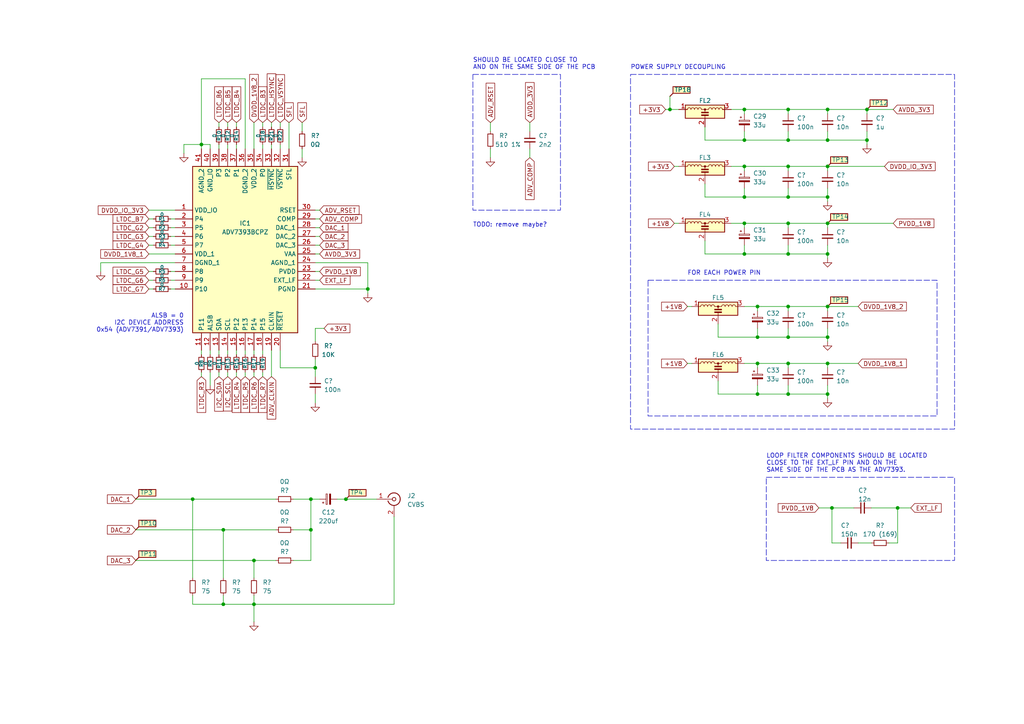
<source format=kicad_sch>
(kicad_sch (version 20230121) (generator eeschema)
  (paper "A4")
  (junction (at 240.03 97.79))
  (junction (at 215.9 57.15))
  (junction (at 219.71 114.3))
  (junction (at 228.6 57.15))
  (junction (at 251.46 40.64))
  (junction (at 219.71 105.41))
  (junction (at 228.6 31.75))
  (junction (at 215.9 31.75))
  (junction (at 55.88 144.78))
  (junction (at 228.6 97.79))
  (junction (at 194.31 31.75))
  (junction (at 240.03 48.26))
  (junction (at 240.03 114.3))
  (junction (at 240.03 64.77))
  (junction (at 240.03 57.15))
  (junction (at 215.9 40.64))
  (junction (at 64.77 153.67))
  (junction (at 240.03 31.75))
  (junction (at 228.6 114.3))
  (junction (at 58.42 41.91))
  (junction (at 100.33 144.78))
  (junction (at 228.6 88.9))
  (junction (at 228.6 48.26))
  (junction (at 215.9 48.26))
  (junction (at 219.71 97.79))
  (junction (at 251.46 31.75))
  (junction (at 73.66 162.56))
  (junction (at 219.71 88.9))
  (junction (at 240.03 88.9))
  (junction (at 91.44 106.68))
  (junction (at 64.77 175.26))
  (junction (at 228.6 64.77))
  (junction (at 215.9 64.77))
  (junction (at 240.03 40.64))
  (junction (at 106.68 83.82))
  (junction (at 240.03 73.66))
  (junction (at 90.17 153.67))
  (junction (at 228.6 105.41))
  (junction (at 228.6 40.64))
  (junction (at 260.35 147.32))
  (junction (at 241.3 147.32))
  (junction (at 240.03 105.41))
  (junction (at 228.6 73.66))
  (junction (at 73.66 175.26))
  (junction (at 215.9 73.66))
  (junction (at 90.17 144.78))
  (wire (pts (xy 228.6 31.75) (xy 228.6 33.02)))
  (wire (pts (xy 204.47 57.15) (xy 215.9 57.15)))
  (wire (pts (xy 91.44 83.82) (xy 106.68 83.82)))
  (wire (pts (xy 78.74 35.56) (xy 78.74 36.83)))
  (wire (pts (xy 228.6 57.15) (xy 240.03 57.15)))
  (wire (pts (xy 204.47 53.34) (xy 204.47 57.15)))
  (wire (pts (xy 248.92 157.48) (xy 252.73 157.48)))
  (wire (pts (xy 43.18 66.04) (xy 44.45 66.04)))
  (wire (pts (xy 68.58 102.87) (xy 68.58 101.6)))
  (wire (pts (xy 215.9 49.53) (xy 215.9 48.26)))
  (wire (pts (xy 100.33 144.78) (xy 109.22 144.78)))
  (wire (pts (xy 228.6 88.9) (xy 240.03 88.9)))
  (wire (pts (xy 91.44 71.12) (xy 92.71 71.12)))
  (wire (pts (xy 83.82 35.56) (xy 83.82 43.18)))
  (wire (pts (xy 39.37 153.67) (xy 64.77 153.67)))
  (wire (pts (xy 71.12 43.18) (xy 71.12 22.86)))
  (wire (pts (xy 204.47 73.66) (xy 215.9 73.66)))
  (wire (pts (xy 228.6 64.77) (xy 228.6 66.04)))
  (wire (pts (xy 228.6 95.25) (xy 228.6 97.79)))
  (wire (pts (xy 240.03 31.75) (xy 251.46 31.75)))
  (wire (pts (xy 228.6 114.3) (xy 240.03 114.3)))
  (wire (pts (xy 60.96 41.91) (xy 58.42 41.91)))
  (wire (pts (xy 63.5 41.91) (xy 63.5 43.18)))
  (wire (pts (xy 260.35 157.48) (xy 260.35 147.32)))
  (wire (pts (xy 240.03 99.06) (xy 240.03 97.79)))
  (wire (pts (xy 240.03 57.15) (xy 240.03 54.61)))
  (wire (pts (xy 49.53 71.12) (xy 50.8 71.12)))
  (wire (pts (xy 219.71 97.79) (xy 228.6 97.79)))
  (wire (pts (xy 114.3 175.26) (xy 73.66 175.26)))
  (wire (pts (xy 49.53 66.04) (xy 50.8 66.04)))
  (wire (pts (xy 240.03 64.77) (xy 240.03 66.04)))
  (wire (pts (xy 228.6 111.76) (xy 228.6 114.3)))
  (wire (pts (xy 241.3 157.48) (xy 241.3 147.32)))
  (wire (pts (xy 240.03 74.93) (xy 240.03 73.66)))
  (wire (pts (xy 260.35 147.32) (xy 264.16 147.32)))
  (wire (pts (xy 212.09 31.75) (xy 215.9 31.75)))
  (wire (pts (xy 91.44 68.58) (xy 92.71 68.58)))
  (wire (pts (xy 237.49 147.32) (xy 241.3 147.32)))
  (wire (pts (xy 71.12 102.87) (xy 71.12 101.6)))
  (wire (pts (xy 91.44 104.14) (xy 91.44 106.68)))
  (wire (pts (xy 73.66 109.22) (xy 73.66 107.95)))
  (wire (pts (xy 240.03 38.1) (xy 240.03 40.64)))
  (wire (pts (xy 91.44 106.68) (xy 91.44 109.22)))
  (wire (pts (xy 215.9 40.64) (xy 228.6 40.64)))
  (wire (pts (xy 228.6 73.66) (xy 240.03 73.66)))
  (wire (pts (xy 204.47 69.85) (xy 204.47 73.66)))
  (wire (pts (xy 91.44 76.2) (xy 106.68 76.2)))
  (wire (pts (xy 204.47 40.64) (xy 215.9 40.64)))
  (wire (pts (xy 195.58 64.77) (xy 196.85 64.77)))
  (wire (pts (xy 63.5 101.6) (xy 63.5 102.87)))
  (wire (pts (xy 215.9 73.66) (xy 228.6 73.66)))
  (wire (pts (xy 43.18 63.5) (xy 44.45 63.5)))
  (wire (pts (xy 76.2 102.87) (xy 76.2 101.6)))
  (wire (pts (xy 228.6 71.12) (xy 228.6 73.66)))
  (wire (pts (xy 73.66 35.56) (xy 73.66 43.18)))
  (wire (pts (xy 90.17 144.78) (xy 92.71 144.78)))
  (wire (pts (xy 60.96 101.6) (xy 60.96 102.87)))
  (wire (pts (xy 71.12 22.86) (xy 58.42 22.86)))
  (wire (pts (xy 257.81 157.48) (xy 260.35 157.48)))
  (wire (pts (xy 251.46 40.64) (xy 251.46 38.1)))
  (wire (pts (xy 49.53 78.74) (xy 50.8 78.74)))
  (wire (pts (xy 85.09 162.56) (xy 90.17 162.56)))
  (wire (pts (xy 66.04 35.56) (xy 66.04 36.83)))
  (wire (pts (xy 219.71 111.76) (xy 219.71 114.3)))
  (wire (pts (xy 215.9 31.75) (xy 228.6 31.75)))
  (wire (pts (xy 208.28 93.98) (xy 208.28 97.79)))
  (wire (pts (xy 64.77 153.67) (xy 80.01 153.67)))
  (wire (pts (xy 251.46 31.75) (xy 259.08 31.75)))
  (wire (pts (xy 76.2 109.22) (xy 76.2 107.95)))
  (wire (pts (xy 240.03 31.75) (xy 240.03 33.02)))
  (wire (pts (xy 215.9 54.61) (xy 215.9 57.15)))
  (wire (pts (xy 208.28 114.3) (xy 219.71 114.3)))
  (wire (pts (xy 215.9 38.1) (xy 215.9 40.64)))
  (wire (pts (xy 228.6 48.26) (xy 228.6 49.53)))
  (wire (pts (xy 194.31 27.94) (xy 194.31 31.75)))
  (wire (pts (xy 49.53 63.5) (xy 50.8 63.5)))
  (wire (pts (xy 29.21 76.2) (xy 29.21 78.74)))
  (wire (pts (xy 71.12 109.22) (xy 71.12 107.95)))
  (wire (pts (xy 240.03 88.9) (xy 248.92 88.9)))
  (wire (pts (xy 49.53 81.28) (xy 50.8 81.28)))
  (wire (pts (xy 53.34 41.91) (xy 53.34 44.45)))
  (wire (pts (xy 228.6 31.75) (xy 240.03 31.75)))
  (wire (pts (xy 76.2 35.56) (xy 76.2 36.83)))
  (wire (pts (xy 68.58 41.91) (xy 68.58 43.18)))
  (wire (pts (xy 193.04 31.75) (xy 194.31 31.75)))
  (wire (pts (xy 43.18 81.28) (xy 44.45 81.28)))
  (wire (pts (xy 55.88 144.78) (xy 80.01 144.78)))
  (wire (pts (xy 240.03 105.41) (xy 248.92 105.41)))
  (wire (pts (xy 85.09 144.78) (xy 90.17 144.78)))
  (wire (pts (xy 73.66 102.87) (xy 73.66 101.6)))
  (wire (pts (xy 240.03 48.26) (xy 240.03 49.53)))
  (wire (pts (xy 240.03 115.57) (xy 240.03 114.3)))
  (wire (pts (xy 90.17 144.78) (xy 90.17 153.67)))
  (wire (pts (xy 215.9 57.15) (xy 228.6 57.15)))
  (wire (pts (xy 219.71 105.41) (xy 228.6 105.41)))
  (wire (pts (xy 73.66 162.56) (xy 80.01 162.56)))
  (wire (pts (xy 49.53 83.82) (xy 50.8 83.82)))
  (wire (pts (xy 240.03 58.42) (xy 240.03 57.15)))
  (wire (pts (xy 240.03 73.66) (xy 240.03 71.12)))
  (wire (pts (xy 240.03 88.9) (xy 240.03 90.17)))
  (wire (pts (xy 81.28 106.68) (xy 91.44 106.68)))
  (wire (pts (xy 199.39 88.9) (xy 200.66 88.9)))
  (wire (pts (xy 199.39 105.41) (xy 200.66 105.41)))
  (wire (pts (xy 78.74 41.91) (xy 78.74 43.18)))
  (wire (pts (xy 106.68 76.2) (xy 106.68 83.82)))
  (wire (pts (xy 58.42 41.91) (xy 53.34 41.91)))
  (wire (pts (xy 64.77 172.72) (xy 64.77 175.26)))
  (wire (pts (xy 142.24 43.18) (xy 142.24 45.72)))
  (wire (pts (xy 39.37 144.78) (xy 55.88 144.78)))
  (wire (pts (xy 91.44 81.28) (xy 92.71 81.28)))
  (wire (pts (xy 64.77 153.67) (xy 64.77 167.64)))
  (wire (pts (xy 68.58 109.22) (xy 68.58 107.95)))
  (wire (pts (xy 208.28 110.49) (xy 208.28 114.3)))
  (wire (pts (xy 219.71 105.41) (xy 219.71 106.68)))
  (wire (pts (xy 215.9 31.75) (xy 215.9 33.02)))
  (wire (pts (xy 55.88 175.26) (xy 64.77 175.26)))
  (wire (pts (xy 252.73 147.32) (xy 260.35 147.32)))
  (wire (pts (xy 228.6 40.64) (xy 240.03 40.64)))
  (wire (pts (xy 91.44 63.5) (xy 92.71 63.5)))
  (wire (pts (xy 215.9 88.9) (xy 219.71 88.9)))
  (wire (pts (xy 215.9 48.26) (xy 228.6 48.26)))
  (wire (pts (xy 153.67 43.18) (xy 153.67 45.72)))
  (wire (pts (xy 55.88 167.64) (xy 55.88 144.78)))
  (wire (pts (xy 91.44 114.3) (xy 91.44 116.84)))
  (wire (pts (xy 58.42 43.18) (xy 58.42 41.91)))
  (wire (pts (xy 60.96 43.18) (xy 60.96 41.91)))
  (wire (pts (xy 91.44 66.04) (xy 92.71 66.04)))
  (wire (pts (xy 219.71 88.9) (xy 228.6 88.9)))
  (wire (pts (xy 90.17 153.67) (xy 90.17 162.56)))
  (wire (pts (xy 43.18 60.96) (xy 50.8 60.96)))
  (wire (pts (xy 73.66 172.72) (xy 73.66 175.26)))
  (wire (pts (xy 55.88 172.72) (xy 55.88 175.26)))
  (wire (pts (xy 215.9 71.12) (xy 215.9 73.66)))
  (wire (pts (xy 91.44 95.25) (xy 91.44 99.06)))
  (wire (pts (xy 240.03 105.41) (xy 240.03 106.68)))
  (wire (pts (xy 92.71 73.66) (xy 91.44 73.66)))
  (wire (pts (xy 240.03 40.64) (xy 251.46 40.64)))
  (wire (pts (xy 240.03 48.26) (xy 256.54 48.26)))
  (wire (pts (xy 114.3 149.86) (xy 114.3 175.26)))
  (wire (pts (xy 43.18 78.74) (xy 44.45 78.74)))
  (wire (pts (xy 212.09 48.26) (xy 215.9 48.26)))
  (wire (pts (xy 58.42 109.22) (xy 58.42 107.95)))
  (wire (pts (xy 228.6 88.9) (xy 228.6 90.17)))
  (wire (pts (xy 215.9 105.41) (xy 219.71 105.41)))
  (wire (pts (xy 63.5 107.95) (xy 63.5 109.22)))
  (wire (pts (xy 64.77 175.26) (xy 73.66 175.26)))
  (wire (pts (xy 228.6 48.26) (xy 240.03 48.26)))
  (wire (pts (xy 251.46 41.91) (xy 251.46 40.64)))
  (wire (pts (xy 81.28 35.56) (xy 81.28 36.83)))
  (wire (pts (xy 204.47 36.83) (xy 204.47 40.64)))
  (wire (pts (xy 153.67 35.56) (xy 153.67 38.1)))
  (wire (pts (xy 97.79 144.78) (xy 100.33 144.78)))
  (wire (pts (xy 243.84 157.48) (xy 241.3 157.48)))
  (wire (pts (xy 68.58 35.56) (xy 68.58 36.83)))
  (wire (pts (xy 228.6 64.77) (xy 240.03 64.77)))
  (wire (pts (xy 142.24 35.56) (xy 142.24 38.1)))
  (wire (pts (xy 93.98 95.25) (xy 91.44 95.25)))
  (wire (pts (xy 228.6 38.1) (xy 228.6 40.64)))
  (wire (pts (xy 208.28 97.79) (xy 219.71 97.79)))
  (wire (pts (xy 240.03 64.77) (xy 259.08 64.77)))
  (wire (pts (xy 66.04 101.6) (xy 66.04 102.87)))
  (wire (pts (xy 81.28 41.91) (xy 81.28 43.18)))
  (wire (pts (xy 49.53 68.58) (xy 50.8 68.58)))
  (wire (pts (xy 219.71 95.25) (xy 219.71 97.79)))
  (wire (pts (xy 228.6 105.41) (xy 240.03 105.41)))
  (wire (pts (xy 92.71 60.96) (xy 91.44 60.96)))
  (wire (pts (xy 43.18 68.58) (xy 44.45 68.58)))
  (wire (pts (xy 212.09 64.77) (xy 215.9 64.77)))
  (wire (pts (xy 50.8 76.2) (xy 29.21 76.2)))
  (wire (pts (xy 87.63 35.56) (xy 87.63 38.1)))
  (wire (pts (xy 241.3 147.32) (xy 247.65 147.32)))
  (wire (pts (xy 66.04 107.95) (xy 66.04 109.22)))
  (wire (pts (xy 240.03 114.3) (xy 240.03 111.76)))
  (wire (pts (xy 58.42 22.86) (xy 58.42 41.91)))
  (wire (pts (xy 228.6 97.79) (xy 240.03 97.79)))
  (wire (pts (xy 58.42 102.87) (xy 58.42 101.6)))
  (wire (pts (xy 43.18 71.12) (xy 44.45 71.12)))
  (wire (pts (xy 106.68 83.82) (xy 106.68 85.09)))
  (wire (pts (xy 215.9 64.77) (xy 215.9 66.04)))
  (wire (pts (xy 91.44 78.74) (xy 92.71 78.74)))
  (wire (pts (xy 78.74 101.6) (xy 78.74 109.22)))
  (wire (pts (xy 251.46 31.75) (xy 251.46 33.02)))
  (wire (pts (xy 66.04 41.91) (xy 66.04 43.18)))
  (wire (pts (xy 87.63 43.18) (xy 87.63 45.72)))
  (wire (pts (xy 228.6 105.41) (xy 228.6 106.68)))
  (wire (pts (xy 73.66 162.56) (xy 73.66 167.64)))
  (wire (pts (xy 39.37 162.56) (xy 73.66 162.56)))
  (wire (pts (xy 219.71 88.9) (xy 219.71 90.17)))
  (wire (pts (xy 240.03 97.79) (xy 240.03 95.25)))
  (wire (pts (xy 43.18 83.82) (xy 44.45 83.82)))
  (wire (pts (xy 76.2 41.91) (xy 76.2 43.18)))
  (wire (pts (xy 219.71 114.3) (xy 228.6 114.3)))
  (wire (pts (xy 194.31 31.75) (xy 196.85 31.75)))
  (wire (pts (xy 228.6 54.61) (xy 228.6 57.15)))
  (wire (pts (xy 81.28 101.6) (xy 81.28 106.68)))
  (wire (pts (xy 43.18 73.66) (xy 50.8 73.66)))
  (wire (pts (xy 195.58 48.26) (xy 196.85 48.26)))
  (wire (pts (xy 60.96 107.95) (xy 60.96 111.76)))
  (wire (pts (xy 73.66 175.26) (xy 73.66 180.34)))
  (wire (pts (xy 63.5 35.56) (xy 63.5 36.83)))
  (wire (pts (xy 85.09 153.67) (xy 90.17 153.67)))
  (wire (pts (xy 215.9 64.77) (xy 228.6 64.77)))
  (rectangle (start 137.16 21.59) (end 162.56 60.96) (stroke (width 0) (type dash)))
  (rectangle (start 187.96 81.28) (end 271.78 120.65) (stroke (width 0) (type dash)))
  (rectangle (start 222.25 138.43) (end 276.86 162.56) (stroke (width 0) (type dash)))
  (rectangle (start 182.88 21.59) (end 276.86 124.46) (stroke (width 0) (type dash)))
  (text "LOOP FILTER COMPONENTS SHOULD BE LOCATED\nCLOSE TO THE EXT_LF PIN AND ON THE\nSAME SIDE OF THE PCB AS THE ADV7393." (at 222.25 137.16 0) (effects (font (size 1.27 1.27)) (justify left bottom)))
  (text "TODO: remove maybe?" (at 137.16 66.04 0) (effects (font (size 1.27 1.27)) (justify left bottom)))
  (text "P0-P4: Blue channel bits (B3-B7)\nP5-P10: Green channel bits (G2-G7)\nP11-P15: Red channel bits (R3-R7)\n\nThe P0, P5, and P11 pins are the respective bus LSBs." (at 0 -5.08 0) (effects (font (size 1.27 1.27)) (justify left bottom)))
  (text "POWER SUPPLY DECOUPLING" (at 182.88 20.32 0) (effects (font (size 1.27 1.27)) (justify left bottom)))
  (text "16-Bit 4:4:4 RGB Mode\n\nEmbedded EAV/SAV timing codes are not supported with SD RGB\nmode. Also, master timing mode is not supported for SD RGB\ninput mode, therefore, external synchronization must be used.\nSubaddress 0x87, Bit 7 = 1\n\nIn 16-bit 4:4:4 RGB input mode, the red pixel data is input on\nPin P4 to Pin P0, the green pixel data is input on Pin P10 to\nPin P5, and the blue pixel data is input on Pin P15 to Pin P11.\nThe P0, P5, and P11 pins are the respective bus LSBs.\n\nThe pixel data is updated at half the rate of the clock, that is, at a\nrate of 13.5 MHz (see Figure 6)." (at 0 -24.13 0) (effects (font (size 1.27 1.27)) (justify left bottom)))
  (text "ALSB = 0\nI2C DEVICE ADDRESS\n0x54 (ADV7391/ADV7393)" (at 53.34 96.52 0) (effects (font (size 1.27 1.27)) (justify right bottom)))
  (text "FOR EACH POWER PIN" (at 199.39 80.01 0) (effects (font (size 1.27 1.27)) (justify left bottom)))
  (text "SHOULD BE LOCATED CLOSE TO\nAND ON THE SAME SIDE OF THE PCB" (at 137.16 20.32 0) (effects (font (size 1.27 1.27)) (justify left bottom)))
  (global_label "SFL" (shape input) (at 87.63 35.56 90) (property "Intersheetrefs" "${INTERSHEET_REFS}" (effects hide)))
  (global_label "AVDD_3V3" (shape input) (at 92.71 73.66 0) (property "Intersheetrefs" "${INTERSHEET_REFS}" (effects hide)))
  (global_label "LTDC_G7" (shape input) (at 43.18 83.82 180) (property "Intersheetrefs" "${INTERSHEET_REFS}" (effects hide)))
  (global_label "LTDC_G4" (shape input) (at 43.18 71.12 180) (property "Intersheetrefs" "${INTERSHEET_REFS}" (effects hide)))
  (global_label "LTDC_B4" (shape input) (at 68.58 35.56 90) (property "Intersheetrefs" "${INTERSHEET_REFS}" (effects hide)))
  (global_label "LTDC_R5" (shape input) (at 71.12 109.22 270) (property "Intersheetrefs" "${INTERSHEET_REFS}" (effects hide)))
  (global_label "EXT_LF" (shape input) (at 92.71 81.28 0) (property "Intersheetrefs" "${INTERSHEET_REFS}" (effects hide)))
  (global_label "LTDC_HSYNC" (shape input) (at 78.74 35.56 90) (property "Intersheetrefs" "${INTERSHEET_REFS}" (effects hide)))
  (global_label "LTDC_G2" (shape input) (at 43.18 66.04 180) (property "Intersheetrefs" "${INTERSHEET_REFS}" (effects hide)))
  (global_label "LTDC_B3" (shape input) (at 76.2 35.56 90) (property "Intersheetrefs" "${INTERSHEET_REFS}" (effects hide)))
  (global_label "DVDD_1V8_1" (shape input) (at 248.92 105.41 0) (property "Intersheetrefs" "${INTERSHEET_REFS}" (effects hide)))
  (global_label "PVDD_1V8" (shape input) (at 237.49 147.32 180) (property "Intersheetrefs" "${INTERSHEET_REFS}" (effects hide)))
  (global_label "AVDD_3V3" (shape input) (at 259.08 31.75 0) (property "Intersheetrefs" "${INTERSHEET_REFS}" (effects hide)))
  (global_label "AVDD_3V3" (shape input) (at 153.67 35.56 90) (property "Intersheetrefs" "${INTERSHEET_REFS}" (effects hide)))
  (global_label "+1V8" (shape input) (at 199.39 88.9 180) (property "Intersheetrefs" "${INTERSHEET_REFS}" (effects hide)))
  (global_label "+3V3" (shape input) (at 93.98 95.25 0) (property "Intersheetrefs" "${INTERSHEET_REFS}" (effects hide)))
  (global_label "DAC_3" (shape input) (at 92.71 71.12 0) (property "Intersheetrefs" "${INTERSHEET_REFS}" (effects hide)))
  (global_label "LTDC_R4" (shape input) (at 68.58 109.22 270) (property "Intersheetrefs" "${INTERSHEET_REFS}" (effects hide)))
  (global_label "I2C_SCL" (shape input) (at 66.04 109.22 270) (property "Intersheetrefs" "${INTERSHEET_REFS}" (effects hide)))
  (global_label "+1V8" (shape input) (at 199.39 105.41 180) (property "Intersheetrefs" "${INTERSHEET_REFS}" (effects hide)))
  (global_label "DAC_3" (shape input) (at 39.37 162.56 180) (property "Intersheetrefs" "${INTERSHEET_REFS}" (effects hide)))
  (global_label "SFL" (shape input) (at 83.82 35.56 90) (property "Intersheetrefs" "${INTERSHEET_REFS}" (effects hide)))
  (global_label "+1V8" (shape input) (at 195.58 64.77 180) (property "Intersheetrefs" "${INTERSHEET_REFS}" (effects hide)))
  (global_label "EXT_LF" (shape input) (at 264.16 147.32 0) (property "Intersheetrefs" "${INTERSHEET_REFS}" (effects hide)))
  (global_label "LTDC_G3" (shape input) (at 43.18 68.58 180) (property "Intersheetrefs" "${INTERSHEET_REFS}" (effects hide)))
  (global_label "DVDD_1V8_2" (shape input) (at 248.92 88.9 0) (property "Intersheetrefs" "${INTERSHEET_REFS}" (effects hide)))
  (global_label "LTDC_R3" (shape input) (at 58.42 109.22 270) (property "Intersheetrefs" "${INTERSHEET_REFS}" (effects hide)))
  (global_label "DVDD_1V8_1" (shape input) (at 43.18 73.66 180) (property "Intersheetrefs" "${INTERSHEET_REFS}" (effects hide)))
  (global_label "LTDC_R7" (shape input) (at 76.2 109.22 270) (property "Intersheetrefs" "${INTERSHEET_REFS}" (effects hide)))
  (global_label "LTDC_B5" (shape input) (at 66.04 35.56 90) (property "Intersheetrefs" "${INTERSHEET_REFS}" (effects hide)))
  (global_label "LTDC_B7" (shape input) (at 43.18 63.5 180) (property "Intersheetrefs" "${INTERSHEET_REFS}" (effects hide)))
  (global_label "+3V3" (shape input) (at 195.58 48.26 180) (property "Intersheetrefs" "${INTERSHEET_REFS}" (effects hide)))
  (global_label "ADV_COMP" (shape input) (at 153.67 45.72 270) (property "Intersheetrefs" "${INTERSHEET_REFS}" (effects hide)))
  (global_label "PVDD_1V8" (shape input) (at 92.71 78.74 0) (property "Intersheetrefs" "${INTERSHEET_REFS}" (effects hide)))
  (global_label "I2C_SDA" (shape input) (at 63.5 109.22 270) (property "Intersheetrefs" "${INTERSHEET_REFS}" (effects hide)))
  (global_label "LTDC_B6" (shape input) (at 63.5 35.56 90) (property "Intersheetrefs" "${INTERSHEET_REFS}" (effects hide)))
  (global_label "LTDC_G6" (shape input) (at 43.18 81.28 180) (property "Intersheetrefs" "${INTERSHEET_REFS}" (effects hide)))
  (global_label "DVDD_IO_3V3" (shape input) (at 43.18 60.96 180) (property "Intersheetrefs" "${INTERSHEET_REFS}" (effects hide)))
  (global_label "DAC_2" (shape input) (at 39.37 153.67 180) (property "Intersheetrefs" "${INTERSHEET_REFS}" (effects hide)))
  (global_label "ADV_RSET" (shape input) (at 142.24 35.56 90) (property "Intersheetrefs" "${INTERSHEET_REFS}" (effects hide)))
  (global_label "+3V3" (shape input) (at 193.04 31.75 180) (property "Intersheetrefs" "${INTERSHEET_REFS}" (effects hide)))
  (global_label "DAC_2" (shape input) (at 92.71 68.58 0) (property "Intersheetrefs" "${INTERSHEET_REFS}" (effects hide)))
  (global_label "DAC_1" (shape input) (at 39.37 144.78 180) (property "Intersheetrefs" "${INTERSHEET_REFS}" (effects hide)))
  (global_label "DVDD_1V8_2" (shape input) (at 73.66 35.56 90) (property "Intersheetrefs" "${INTERSHEET_REFS}" (effects hide)))
  (global_label "LTDC_VSYNC" (shape input) (at 81.28 35.56 90) (property "Intersheetrefs" "${INTERSHEET_REFS}" (effects hide)))
  (global_label "LTDC_R6" (shape input) (at 73.66 109.22 270) (property "Intersheetrefs" "${INTERSHEET_REFS}" (effects hide)))
  (global_label "ADV_COMP" (shape input) (at 92.71 63.5 0) (property "Intersheetrefs" "${INTERSHEET_REFS}" (effects hide)))
  (global_label "DAC_1" (shape input) (at 92.71 66.04 0) (property "Intersheetrefs" "${INTERSHEET_REFS}" (effects hide)))
  (global_label "ADV_CLKIN" (shape input) (at 78.74 109.22 270) (property "Intersheetrefs" "${INTERSHEET_REFS}" (effects hide)))
  (global_label "LTDC_G5" (shape input) (at 43.18 78.74 180) (property "Intersheetrefs" "${INTERSHEET_REFS}" (effects hide)))
  (global_label "ADV_RSET" (shape input) (at 92.71 60.96 0) (property "Intersheetrefs" "${INTERSHEET_REFS}" (effects hide)))
  (global_label "DVDD_IO_3V3" (shape input) (at 256.54 48.26 0) (property "Intersheetrefs" "${INTERSHEET_REFS}" (effects hide)))
  (global_label "PVDD_1V8" (shape input) (at 259.08 64.77 0) (property "Intersheetrefs" "${INTERSHEET_REFS}" (effects hide)))
  (symbol (lib_id "Device:R_Small") (at 73.66 105.41 180) (unit 1)
    (property "Reference" "R17" (at 73.66 105.41 90) (effects (font (size 1 1))))
    (property "Value" "0" (at 72.39 105.41 90) (effects (font (size 1 1))))
    (property "Footprint" "Resistor_SMD:R_0603_1608Metric_Pad0.98x0.95mm_HandSolder" (effects hide))
    (instances (project "dev-board" (path "" (reference "R17") (unit 1)) (path "" (reference "R218") (unit 1))))
  )
  (symbol (lib_id "Connector:TestPoint_Flag") (at 240.03 64.77 0) (unit 1)
    (property "Reference" "TP14" (at 241.3 62.865 0) (effects (justify left)))
    (property "Value" "TestPoint_Flag" (effects hide))
    (property "Footprint" "KEYSTONE5015:KEYSTONE_5015" (effects hide))
    (instances (project "dev-board" (path "" (reference "TP14") (unit 1)) (path "" (reference "TP207") (unit 1))))
  )
  (symbol (lib_id "Connector:TestPoint_Flag") (at 39.37 162.56 0) (unit 1)
    (property "Reference" "TP11" (at 40.64 160.655 0) (effects (justify left)))
    (property "Value" "TestPoint_Flag" (effects hide))
    (property "Footprint" "KEYSTONE5015:KEYSTONE_5015" (effects hide))
    (instances (project "dev-board" (path "" (reference "TP11") (unit 1)) (path "" (reference "TP203") (unit 1))))
  )
  (symbol (lib_id "Connector:TestPoint_Flag") (at 39.37 144.78 0) (unit 1)
    (property "Reference" "TP3" (at 40.64 142.875 0) (effects (justify left)))
    (property "Value" "TestPoint_Flag" (effects hide))
    (property "Footprint" "KEYSTONE5015:KEYSTONE_5015" (effects hide))
    (instances (project "dev-board" (path "" (reference "TP3") (unit 1)) (path "" (reference "TP201") (unit 1))))
  )
  (symbol (lib_name "GND_11") (lib_id "power:GND") (at 240.03 115.57 0) (unit 1)
    (property "Reference" "#PWR?" (effects hide))
    (property "Value" "GND" (effects hide))
    (instances (project "cansult" (path "" (reference "#PWR?") (unit 1)) (path "" (reference "#PWR021") (unit 1))) (project "dev-board" (path "" (reference "#PWR033") (unit 1)) (path "" (reference "#PWR0212") (unit 1))) (project "can-relay" (path "" (reference "#PWR?") (unit 1))))
  )
  (symbol (lib_id "Device:R_Small") (at 55.88 170.18 180) (unit 1)
    (property "Reference" "R?" (at 59.69 168.91 0))
    (property "Value" "75" (at 59.69 171.45 0))
    (property "Footprint" "Resistor_SMD:R_0603_1608Metric_Pad0.98x0.95mm_HandSolder" (effects hide))
    (property "LCSC" "C22787" (effects hide))
    (instances (project "cansult" (path "" (reference "R?") (unit 1)) (path "" (reference "R10") (unit 1))) (project "dev-board" (path "" (reference "R27") (unit 1)) (path "" (reference "R225") (unit 1))) (project "can-relay" (path "" (reference "R?") (unit 1))))
  )
  (symbol (lib_id "Device:R_Small") (at 142.24 40.64 180) (unit 1)
    (property "Reference" "R?" (at 146.05 39.37 0))
    (property "Value" "510 1%" (at 147.32 41.91 0))
    (property "Footprint" "Resistor_SMD:R_0603_1608Metric_Pad0.98x0.95mm_HandSolder" (effects hide))
    (property "LCSC" "C22787" (effects hide))
    (instances (project "cansult" (path "" (reference "R?") (unit 1)) (path "" (reference "R10") (unit 1))) (project "dev-board" (path "" (reference "R26") (unit 1)) (path "" (reference "R228") (unit 1))) (project "can-relay" (path "" (reference "R?") (unit 1))))
  )
  (symbol (lib_id "Connector:TestPoint_Flag") (at 194.31 27.94 0) (unit 1)
    (property "Reference" "TP18" (at 195.58 26.035 0) (effects (justify left)))
    (property "Value" "TestPoint_Flag" (effects hide))
    (property "Footprint" "KEYSTONE5015:KEYSTONE_5015" (effects hide))
    (instances (project "dev-board" (path "" (reference "TP18") (unit 1)) (path "" (reference "TP205") (unit 1))))
  )
  (symbol (lib_id "Device:Filter_EMI_LCL") (at 208.28 91.44 0) (unit 1)
    (property "Reference" "FL5" (at 208.28 86.36 0))
    (property "Value" "Filter_EMI_LCL" (effects hide))
    (property "Footprint" "NFE61PT472C1H9L:FIL_NFE61PT472C1H9L" (effects hide))
    (property "Datasheet" "http://www.murata.com/~/media/webrenewal/support/library/catalog/products/emc/emifil/c31e.ashx?la=en-gb" (effects hide))
    (instances (project "dev-board" (path "" (reference "FL5") (unit 1)) (path "" (reference "FL204") (unit 1))))
  )
  (symbol (lib_id "Device:Filter_EMI_LCL") (at 204.47 67.31 0) (unit 1)
    (property "Reference" "FL4" (at 204.47 62.23 0))
    (property "Value" "Filter_EMI_LCL" (effects hide))
    (property "Footprint" "NFE61PT472C1H9L:FIL_NFE61PT472C1H9L" (effects hide))
    (property "Datasheet" "http://www.murata.com/~/media/webrenewal/support/library/catalog/products/emc/emifil/c31e.ashx?la=en-gb" (effects hide))
    (instances (project "dev-board" (path "" (reference "FL4") (unit 1)) (path "" (reference "FL203") (unit 1))))
  )
  (symbol (lib_name "GND_11") (lib_id "power:GND") (at 142.24 45.72 0) (unit 1)
    (property "Reference" "#PWR?" (effects hide))
    (property "Value" "GND" (effects hide))
    (instances (project "cansult" (path "" (reference "#PWR?") (unit 1)) (path "" (reference "#PWR021") (unit 1))) (project "dev-board" (path "" (reference "#PWR018") (unit 1)) (path "" (reference "#PWR0207") (unit 1))) (project "can-relay" (path "" (reference "#PWR?") (unit 1))))
  )
  (symbol (lib_id "Device:R_Small") (at 66.04 105.41 180) (unit 1)
    (property "Reference" "R13" (at 66.04 105.41 90) (effects (font (size 1 1))))
    (property "Value" "0" (at 64.77 105.41 90) (effects (font (size 1 1))))
    (property "Footprint" "Resistor_SMD:R_0603_1608Metric_Pad0.98x0.95mm_HandSolder" (effects hide))
    (instances (project "dev-board" (path "" (reference "R13") (unit 1)) (path "" (reference "R214") (unit 1))))
  )
  (symbol (lib_id "Device:C_Small") (at 250.19 147.32 90) (mirror x) (unit 1)
    (property "Reference" "C?" (at 248.92 142.24 90) (effects (justify right)))
    (property "Value" "12n" (at 248.92 144.78 90) (effects (justify right)))
    (property "Footprint" "Capacitor_SMD:C_0603_1608Metric_Pad1.08x0.95mm_HandSolder" (effects hide))
    (property "LCSC" "C14663" (effects hide))
    (instances (project "cansult" (path "" (reference "C?") (unit 1)) (path "" (reference "C6") (unit 1))) (project "dev-board" (path "" (reference "C14") (unit 1)) (path "" (reference "C202") (unit 1))) (project "can-relay" (path "" (reference "C?") (unit 1))))
  )
  (symbol (lib_id "Connector:TestPoint_Flag") (at 240.03 48.26 0) (unit 1)
    (property "Reference" "TP13" (at 241.3 46.355 0) (effects (justify left)))
    (property "Value" "TestPoint_Flag" (effects hide))
    (property "Footprint" "KEYSTONE5015:KEYSTONE_5015" (effects hide))
    (instances (project "dev-board" (path "" (reference "TP13") (unit 1)) (path "" (reference "TP206") (unit 1))))
  )
  (symbol (lib_name "GND_11") (lib_id "power:GND") (at 240.03 58.42 0) (unit 1)
    (property "Reference" "#PWR?" (effects hide))
    (property "Value" "GND" (effects hide))
    (instances (project "cansult" (path "" (reference "#PWR?") (unit 1)) (path "" (reference "#PWR021") (unit 1))) (project "dev-board" (path "" (reference "#PWR030") (unit 1)) (path "" (reference "#PWR0209") (unit 1))) (project "can-relay" (path "" (reference "#PWR?") (unit 1))))
  )
  (symbol (lib_name "GND_11") (lib_id "power:GND") (at 60.96 111.76 0) (unit 1)
    (property "Reference" "#PWR?" (effects hide))
    (property "Value" "GND" (effects hide))
    (instances (project "cansult" (path "" (reference "#PWR?") (unit 1)) (path "" (reference "#PWR021") (unit 1))) (project "dev-board" (path "" (reference "#PWR09") (unit 1)) (path "" (reference "#PWR0203") (unit 1))) (project "can-relay" (path "" (reference "#PWR?") (unit 1))))
  )
  (symbol (lib_id "Device:R_Small") (at 76.2 105.41 180) (unit 1)
    (property "Reference" "R19" (at 76.2 105.41 90) (effects (font (size 1 1))))
    (property "Value" "0" (at 74.93 105.41 90) (effects (font (size 1 1))))
    (property "Footprint" "Resistor_SMD:R_0603_1608Metric_Pad0.98x0.95mm_HandSolder" (effects hide))
    (instances (project "dev-board" (path "" (reference "R19") (unit 1)) (path "" (reference "R220") (unit 1))))
  )
  (symbol (lib_id "Device:R_Small") (at 60.96 105.41 180) (unit 1)
    (property "Reference" "R9" (at 60.96 105.41 90) (effects (font (size 1 1))))
    (property "Value" "0" (at 59.69 105.41 90) (effects (font (size 1 1))))
    (property "Footprint" "Resistor_SMD:R_0603_1608Metric_Pad0.98x0.95mm_HandSolder" (effects hide))
    (instances (project "dev-board" (path "" (reference "R9") (unit 1)) (path "" (reference "R210") (unit 1))))
  )
  (symbol (lib_id "Device:C_Small") (at 240.03 35.56 0) (mirror y) (unit 1)
    (property "Reference" "C?" (at 242.57 34.2962 0) (effects (justify right)))
    (property "Value" "10n" (at 242.57 36.8362 0) (effects (justify right)))
    (property "Footprint" "Capacitor_SMD:C_0603_1608Metric_Pad1.08x0.95mm_HandSolder" (effects hide))
    (property "LCSC" "C14663" (effects hide))
    (instances (project "cansult" (path "" (reference "C?") (unit 1)) (path "" (reference "C6") (unit 1))) (project "dev-board" (path "" (reference "C23") (unit 1)) (path "" (reference "C216") (unit 1))) (project "can-relay" (path "" (reference "C?") (unit 1))))
  )
  (symbol (lib_id "Device:R_Small") (at 66.04 39.37 180) (unit 1)
    (property "Reference" "R12" (at 66.04 39.37 90) (effects (font (size 1 1))))
    (property "Value" "0" (at 64.77 39.37 90) (effects (font (size 1 1))))
    (property "Footprint" "Resistor_SMD:R_0603_1608Metric_Pad0.98x0.95mm_HandSolder" (effects hide))
    (instances (project "dev-board" (path "" (reference "R12") (unit 1)) (path "" (reference "R213") (unit 1))))
  )
  (symbol (lib_id "Device:R_Small") (at 58.42 105.41 180) (unit 1)
    (property "Reference" "R8" (at 58.42 105.41 90) (effects (font (size 1 1))))
    (property "Value" "0" (at 57.15 105.41 90) (effects (font (size 1 1))))
    (property "Footprint" "Resistor_SMD:R_0603_1608Metric_Pad0.98x0.95mm_HandSolder" (effects hide))
    (instances (project "dev-board" (path "" (reference "R8") (unit 1)) (path "" (reference "R209") (unit 1))))
  )
  (symbol (lib_id "Device:Filter_EMI_LCL") (at 204.47 34.29 0) (unit 1)
    (property "Reference" "FL2" (at 204.47 29.21 0))
    (property "Value" "Filter_EMI_LCL" (effects hide))
    (property "Footprint" "NFE61PT472C1H9L:FIL_NFE61PT472C1H9L" (effects hide))
    (property "Datasheet" "http://www.murata.com/~/media/webrenewal/support/library/catalog/products/emc/emifil/c31e.ashx?la=en-gb" (effects hide))
    (instances (project "dev-board" (path "" (reference "FL2") (unit 1)) (path "" (reference "FL201") (unit 1))))
  )
  (symbol (lib_id "Connector:Conn_Coaxial") (at 114.3 144.78 0) (unit 1)
    (property "Reference" "J2" (at 118.11 143.8032 0) (effects (justify left)))
    (property "Value" "CVBS" (at 118.11 146.3432 0) (effects (justify left)))
    (property "Footprint" "RCA:CUI_RCJ-044" (effects hide))
    (property "Datasheet" " ~" (effects hide))
    (instances (project "dev-board" (path "" (reference "J2") (unit 1)) (path "" (reference "J201") (unit 1))))
  )
  (symbol (lib_id "Device:R_Small") (at 64.77 170.18 180) (unit 1)
    (property "Reference" "R?" (at 68.58 168.91 0))
    (property "Value" "75" (at 68.58 171.45 0))
    (property "Footprint" "Resistor_SMD:R_0603_1608Metric_Pad0.98x0.95mm_HandSolder" (effects hide))
    (property "LCSC" "C22787" (effects hide))
    (instances (project "cansult" (path "" (reference "R?") (unit 1)) (path "" (reference "R10") (unit 1))) (project "dev-board" (path "" (reference "R30") (unit 1)) (path "" (reference "R226") (unit 1))) (project "can-relay" (path "" (reference "R?") (unit 1))))
  )
  (symbol (lib_id "Device:R_Small") (at 82.55 153.67 270) (unit 1)
    (property "Reference" "R?" (at 82.55 151.13 90))
    (property "Value" "0Ω" (at 82.55 148.59 90))
    (property "Footprint" "Resistor_SMD:R_0603_1608Metric_Pad0.98x0.95mm_HandSolder" (effects hide))
    (property "LCSC" "C22787" (effects hide))
    (instances (project "cansult" (path "" (reference "R?") (unit 1)) (path "" (reference "R10") (unit 1))) (project "dev-board" (path "" (reference "R23") (unit 1)) (path "" (reference "R230") (unit 1))) (project "can-relay" (path "" (reference "R?") (unit 1))))
  )
  (symbol (lib_name "GND_11") (lib_id "power:GND") (at 29.21 78.74 0) (unit 1)
    (property "Reference" "#PWR?" (effects hide))
    (property "Value" "GND" (effects hide))
    (instances (project "cansult" (path "" (reference "#PWR?") (unit 1)) (path "" (reference "#PWR021") (unit 1))) (project "dev-board" (path "" (reference "#PWR01") (unit 1)) (path "" (reference "#PWR0201") (unit 1))) (project "can-relay" (path "" (reference "#PWR?") (unit 1))))
  )
  (symbol (lib_id "Device:C_Small") (at 240.03 109.22 0) (mirror y) (unit 1)
    (property "Reference" "C?" (at 242.57 107.9562 0) (effects (justify right)))
    (property "Value" "10n" (at 242.57 110.4962 0) (effects (justify right)))
    (property "Footprint" "Capacitor_SMD:C_0603_1608Metric_Pad1.08x0.95mm_HandSolder" (effects hide))
    (property "LCSC" "C14663" (effects hide))
    (instances (project "cansult" (path "" (reference "C?") (unit 1)) (path "" (reference "C6") (unit 1))) (project "dev-board" (path "" (reference "C27") (unit 1)) (path "" (reference "C220") (unit 1))) (project "can-relay" (path "" (reference "C?") (unit 1))))
  )
  (symbol (lib_id "Device:R_Small") (at 82.55 144.78 270) (unit 1)
    (property "Reference" "R?" (at 82.55 142.24 90))
    (property "Value" "0Ω" (at 82.55 139.7 90))
    (property "Footprint" "Resistor_SMD:R_0603_1608Metric_Pad0.98x0.95mm_HandSolder" (effects hide))
    (property "LCSC" "C22787" (effects hide))
    (instances (project "cansult" (path "" (reference "R?") (unit 1)) (path "" (reference "R10") (unit 1))) (project "dev-board" (path "" (reference "R23") (unit 1)) (path "" (reference "R231") (unit 1))) (project "can-relay" (path "" (reference "R?") (unit 1))))
  )
  (symbol (lib_id "Device:R_Small") (at 63.5 105.41 180) (unit 1)
    (property "Reference" "R11" (at 63.5 105.41 90) (effects (font (size 1 1))))
    (property "Value" "0" (at 62.23 105.41 90) (effects (font (size 1 1))))
    (property "Footprint" "Resistor_SMD:R_0603_1608Metric_Pad0.98x0.95mm_HandSolder" (effects hide))
    (instances (project "dev-board" (path "" (reference "R11") (unit 1)) (path "" (reference "R212") (unit 1))))
  )
  (symbol (lib_id "Device:C_Polarized_Small") (at 219.71 92.71 0) (unit 1)
    (property "Reference" "C32" (at 222.25 90.8939 0) (effects (justify left)))
    (property "Value" "33u" (at 222.25 93.4339 0) (effects (justify left)))
    (property "Footprint" "Capacitor_Tantalum_SMD:CP_EIA-3216-18_Kemet-A_Pad1.58x1.35mm_HandSolder" (effects hide))
    (instances (project "dev-board" (path "" (reference "C32") (unit 1)) (path "" (reference "C209") (unit 1))))
  )
  (symbol (lib_id "Connector:TestPoint_Flag") (at 39.37 153.67 0) (unit 1)
    (property "Reference" "TP10" (at 40.64 151.765 0) (effects (justify left)))
    (property "Value" "TestPoint_Flag" (effects hide))
    (property "Footprint" "KEYSTONE5015:KEYSTONE_5015" (effects hide))
    (instances (project "dev-board" (path "" (reference "TP10") (unit 1)) (path "" (reference "TP202") (unit 1))))
  )
  (symbol (lib_id "Device:R_Small") (at 82.55 162.56 270) (unit 1)
    (property "Reference" "R?" (at 82.55 160.02 90))
    (property "Value" "0Ω" (at 82.55 157.48 90))
    (property "Footprint" "Resistor_SMD:R_0603_1608Metric_Pad0.98x0.95mm_HandSolder" (effects hide))
    (property "LCSC" "C22787" (effects hide))
    (instances (project "cansult" (path "" (reference "R?") (unit 1)) (path "" (reference "R10") (unit 1))) (project "dev-board" (path "" (reference "R23") (unit 1)) (path "" (reference "R229") (unit 1))) (project "can-relay" (path "" (reference "R?") (unit 1))))
  )
  (symbol (lib_id "Device:R_Small") (at 68.58 39.37 180) (unit 1)
    (property "Reference" "R14" (at 68.58 39.37 90) (effects (font (size 1 1))))
    (property "Value" "0" (at 67.31 39.37 90) (effects (font (size 1 1))))
    (property "Footprint" "Resistor_SMD:R_0603_1608Metric_Pad0.98x0.95mm_HandSolder" (effects hide))
    (instances (project "dev-board" (path "" (reference "R14") (unit 1)) (path "" (reference "R215") (unit 1))))
  )
  (symbol (lib_id "Device:R_Small") (at 87.63 40.64 180) (unit 1)
    (property "Reference" "R?" (at 91.44 39.37 0))
    (property "Value" "0Ω" (at 91.44 41.91 0))
    (property "Footprint" "Resistor_SMD:R_0603_1608Metric_Pad0.98x0.95mm_HandSolder" (effects hide))
    (property "LCSC" "C22787" (effects hide))
    (instances (project "cansult" (path "" (reference "R?") (unit 1)) (path "" (reference "R10") (unit 1))) (project "dev-board" (path "" (reference "R23") (unit 1)) (path "" (reference "R223") (unit 1))) (project "can-relay" (path "" (reference "R?") (unit 1))))
  )
  (symbol (lib_id "Device:C_Small") (at 228.6 68.58 0) (mirror y) (unit 1)
    (property "Reference" "C?" (at 231.14 67.3162 0) (effects (justify right)))
    (property "Value" "100n" (at 231.14 69.8562 0) (effects (justify right)))
    (property "Footprint" "Capacitor_SMD:C_0603_1608Metric_Pad1.08x0.95mm_HandSolder" (effects hide))
    (property "LCSC" "C14663" (effects hide))
    (instances (project "cansult" (path "" (reference "C?") (unit 1)) (path "" (reference "C6") (unit 1))) (project "dev-board" (path "" (reference "C20") (unit 1)) (path "" (reference "C213") (unit 1))) (project "can-relay" (path "" (reference "C?") (unit 1))))
  )
  (symbol (lib_name "GND_11") (lib_id "power:GND") (at 87.63 45.72 0) (unit 1)
    (property "Reference" "#PWR?" (effects hide))
    (property "Value" "GND" (effects hide))
    (instances (project "cansult" (path "" (reference "#PWR?") (unit 1)) (path "" (reference "#PWR021") (unit 1))) (project "dev-board" (path "" (reference "#PWR012") (unit 1)) (path "" (reference "#PWR0204") (unit 1))) (project "can-relay" (path "" (reference "#PWR?") (unit 1))))
  )
  (symbol (lib_id "Device:R_Small") (at 81.28 39.37 180) (unit 1)
    (property "Reference" "R22" (at 81.28 39.37 90) (effects (font (size 1 1))))
    (property "Value" "0" (at 80.01 39.37 90) (effects (font (size 1 1))))
    (property "Footprint" "Resistor_SMD:R_0603_1608Metric_Pad0.98x0.95mm_HandSolder" (effects hide))
    (instances (project "dev-board" (path "" (reference "R22") (unit 1)) (path "" (reference "R222") (unit 1))))
  )
  (symbol (lib_id "Device:C_Small") (at 228.6 109.22 0) (mirror y) (unit 1)
    (property "Reference" "C?" (at 231.14 107.9562 0) (effects (justify right)))
    (property "Value" "100n" (at 231.14 110.4962 0) (effects (justify right)))
    (property "Footprint" "Capacitor_SMD:C_0603_1608Metric_Pad1.08x0.95mm_HandSolder" (effects hide))
    (property "LCSC" "C14663" (effects hide))
    (instances (project "cansult" (path "" (reference "C?") (unit 1)) (path "" (reference "C6") (unit 1))) (project "dev-board" (path "" (reference "C22") (unit 1)) (path "" (reference "C215") (unit 1))) (project "can-relay" (path "" (reference "C?") (unit 1))))
  )
  (symbol (lib_id "Device:R_Small") (at 73.66 170.18 180) (unit 1)
    (property "Reference" "R?" (at 77.47 168.91 0))
    (property "Value" "75" (at 77.47 171.45 0))
    (property "Footprint" "Resistor_SMD:R_0603_1608Metric_Pad0.98x0.95mm_HandSolder" (effects hide))
    (property "LCSC" "C22787" (effects hide))
    (instances (project "cansult" (path "" (reference "R?") (unit 1)) (path "" (reference "R10") (unit 1))) (project "dev-board" (path "" (reference "R31") (unit 1)) (path "" (reference "R227") (unit 1))) (project "can-relay" (path "" (reference "R?") (unit 1))))
  )
  (symbol (lib_id "Device:C_Small") (at 246.38 157.48 90) (mirror x) (unit 1)
    (property "Reference" "C?" (at 243.84 152.4 90) (effects (justify right)))
    (property "Value" "150n" (at 243.84 154.94 90) (effects (justify right)))
    (property "Footprint" "Capacitor_SMD:C_0603_1608Metric_Pad1.08x0.95mm_HandSolder" (effects hide))
    (property "LCSC" "C14663" (effects hide))
    (instances (project "cansult" (path "" (reference "C?") (unit 1)) (path "" (reference "C6") (unit 1))) (project "dev-board" (path "" (reference "C13") (unit 1)) (path "" (reference "C201") (unit 1))) (project "can-relay" (path "" (reference "C?") (unit 1))))
  )
  (symbol (lib_name "GND_11") (lib_id "power:GND") (at 251.46 41.91 0) (unit 1)
    (property "Reference" "#PWR?" (effects hide))
    (property "Value" "GND" (effects hide))
    (instances (project "cansult" (path "" (reference "#PWR?") (unit 1)) (path "" (reference "#PWR021") (unit 1))) (project "dev-board" (path "" (reference "#PWR034") (unit 1)) (path "" (reference "#PWR0213") (unit 1))) (project "can-relay" (path "" (reference "#PWR?") (unit 1))))
  )
  (symbol (lib_id "Device:C_Polarized_Small") (at 215.9 68.58 0) (unit 1)
    (property "Reference" "C31" (at 218.44 66.7639 0) (effects (justify left)))
    (property "Value" "33u" (at 218.44 69.3039 0) (effects (justify left)))
    (property "Footprint" "Capacitor_Tantalum_SMD:CP_EIA-3216-18_Kemet-A_Pad1.58x1.35mm_HandSolder" (effects hide))
    (instances (project "dev-board" (path "" (reference "C31") (unit 1)) (path "" (reference "C208") (unit 1))))
  )
  (symbol (lib_id "Device:C_Small") (at 240.03 68.58 0) (mirror y) (unit 1)
    (property "Reference" "C?" (at 242.57 67.3162 0) (effects (justify right)))
    (property "Value" "10n" (at 242.57 69.8562 0) (effects (justify right)))
    (property "Footprint" "Capacitor_SMD:C_0603_1608Metric_Pad1.08x0.95mm_HandSolder" (effects hide))
    (property "LCSC" "C14663" (effects hide))
    (instances (project "cansult" (path "" (reference "C?") (unit 1)) (path "" (reference "C6") (unit 1))) (project "dev-board" (path "" (reference "C25") (unit 1)) (path "" (reference "C218") (unit 1))) (project "can-relay" (path "" (reference "C?") (unit 1))))
  )
  (symbol (lib_id "Device:R_Small") (at 255.27 157.48 270) (unit 1)
    (property "Reference" "R?" (at 255.27 152.4 90))
    (property "Value" "170 (169)" (at 255.27 154.94 90))
    (property "Footprint" "Resistor_SMD:R_0603_1608Metric_Pad0.98x0.95mm_HandSolder" (effects hide))
    (property "LCSC" "C22787" (effects hide))
    (instances (project "cansult" (path "" (reference "R?") (unit 1)) (path "" (reference "R10") (unit 1))) (project "dev-board" (path "" (reference "R32") (unit 1)) (path "" (reference "R208") (unit 1))) (project "can-relay" (path "" (reference "R?") (unit 1))))
  )
  (symbol (lib_id "Device:C_Small") (at 251.46 35.56 0) (mirror y) (unit 1)
    (property "Reference" "C?" (at 254 34.2962 0) (effects (justify right)))
    (property "Value" "1u" (at 254 36.8362 0) (effects (justify right)))
    (property "Footprint" "Capacitor_SMD:C_0603_1608Metric_Pad1.08x0.95mm_HandSolder" (effects hide))
    (property "LCSC" "C14663" (effects hide))
    (instances (project "cansult" (path "" (reference "C?") (unit 1)) (path "" (reference "C6") (unit 1))) (project "dev-board" (path "" (reference "C28") (unit 1)) (path "" (reference "C221") (unit 1))) (project "can-relay" (path "" (reference "C?") (unit 1))))
  )
  (symbol (lib_name "GND_11") (lib_id "power:GND") (at 240.03 99.06 0) (unit 1)
    (property "Reference" "#PWR?" (effects hide))
    (property "Value" "GND" (effects hide))
    (instances (project "cansult" (path "" (reference "#PWR?") (unit 1)) (path "" (reference "#PWR021") (unit 1))) (project "dev-board" (path "" (reference "#PWR032") (unit 1)) (path "" (reference "#PWR0211") (unit 1))) (project "can-relay" (path "" (reference "#PWR?") (unit 1))))
  )
  (symbol (lib_id "Device:R_Small") (at 71.12 105.41 180) (unit 1)
    (property "Reference" "R16" (at 71.12 105.41 90) (effects (font (size 1 1))))
    (property "Value" "0" (at 69.85 105.41 90) (effects (font (size 1 1))))
    (property "Footprint" "Resistor_SMD:R_0603_1608Metric_Pad0.98x0.95mm_HandSolder" (effects hide))
    (instances (project "dev-board" (path "" (reference "R16") (unit 1)) (path "" (reference "R217") (unit 1))))
  )
  (symbol (lib_id "ADV7393BCPZ:ADV7393BCPZ") (at 50.8 60.96 0) (unit 1)
    (property "Reference" "IC1" (at 71.12 64.77 0))
    (property "Value" "ADV7393BCPZ" (at 71.12 67.31 0))
    (property "Footprint" "ADV7393BCPZ:QFN50P600X600X80-41N" (effects hide))
    (property "Datasheet" "http://www.analog.com/media/en/technical-documentation/data-sheets/ADV7390_7391_7392_7393.pdf" (effects hide))
    (property "Height" "0.8" (effects hide))
    (property "Manufacturer_Name" "Analog Devices" (effects hide))
    (property "Manufacturer_Part_Number" "ADV7393BCPZ" (effects hide))
    (property "Mouser Part Number" "584-ADV7393BCPZ" (effects hide))
    (property "Mouser Price/Stock" "https://www.mouser.co.uk/ProductDetail/Analog-Devices/ADV7393BCPZ?qs=WIvQP4zGanhpVzpcLfLL1w%3D%3D" (effects hide))
    (property "Arrow Part Number" "ADV7393BCPZ" (effects hide))
    (property "Arrow Price/Stock" "https://www.arrow.com/en/products/adv7393bcpz/analog-devices?region=asia" (effects hide))
    (instances (project "dev-board" (path "" (reference "IC1") (unit 1)) (path "" (reference "IC201") (unit 1))))
  )
  (symbol (lib_id "Device:Filter_EMI_LCL") (at 208.28 107.95 0) (unit 1)
    (property "Reference" "FL6" (at 208.28 102.87 0))
    (property "Value" "Filter_EMI_LCL" (effects hide))
    (property "Footprint" "NFE61PT472C1H9L:FIL_NFE61PT472C1H9L" (effects hide))
    (property "Datasheet" "http://www.murata.com/~/media/webrenewal/support/library/catalog/products/emc/emifil/c31e.ashx?la=en-gb" (effects hide))
    (instances (project "dev-board" (path "" (reference "FL6") (unit 1)) (path "" (reference "FL205") (unit 1))))
  )
  (symbol (lib_name "GND_11") (lib_id "power:GND") (at 73.66 180.34 0) (unit 1)
    (property "Reference" "#PWR?" (effects hide))
    (property "Value" "GND" (effects hide))
    (instances (project "cansult" (path "" (reference "#PWR?") (unit 1)) (path "" (reference "#PWR021") (unit 1))) (project "dev-board" (path "" (reference "#PWR022") (unit 1)) (path "" (reference "#PWR0208") (unit 1))) (project "can-relay" (path "" (reference "#PWR?") (unit 1))))
  )
  (symbol (lib_name "GND_11") (lib_id "power:GND") (at 240.03 74.93 0) (unit 1)
    (property "Reference" "#PWR?" (effects hide))
    (property "Value" "GND" (effects hide))
    (instances (project "cansult" (path "" (reference "#PWR?") (unit 1)) (path "" (reference "#PWR021") (unit 1))) (project "dev-board" (path "" (reference "#PWR031") (unit 1)) (path "" (reference "#PWR0210") (unit 1))) (project "can-relay" (path "" (reference "#PWR?") (unit 1))))
  )
  (symbol (lib_id "Connector:TestPoint_Flag") (at 100.33 144.78 0) (unit 1)
    (property "Reference" "TP4" (at 101.6 142.875 0) (effects (justify left)))
    (property "Value" "TestPoint_Flag" (effects hide))
    (property "Footprint" "KEYSTONE5015:KEYSTONE_5015" (effects hide))
    (instances (project "dev-board" (path "" (reference "TP4") (unit 1)) (path "" (reference "TP204") (unit 1))))
  )
  (symbol (lib_id "Device:Filter_EMI_LCL") (at 204.47 50.8 0) (unit 1)
    (property "Reference" "FL3" (at 204.47 45.72 0))
    (property "Value" "Filter_EMI_LCL" (effects hide))
    (property "Footprint" "NFE61PT472C1H9L:FIL_NFE61PT472C1H9L" (effects hide))
    (property "Datasheet" "http://www.murata.com/~/media/webrenewal/support/library/catalog/products/emc/emifil/c31e.ashx?la=en-gb" (effects hide))
    (instances (project "dev-board" (path "" (reference "FL3") (unit 1)) (path "" (reference "FL202") (unit 1))))
  )
  (symbol (lib_id "Device:C_Small") (at 153.67 40.64 0) (mirror y) (unit 1)
    (property "Reference" "C?" (at 156.21 39.3762 0) (effects (justify right)))
    (property "Value" "2n2" (at 156.21 41.9162 0) (effects (justify right)))
    (property "Footprint" "Capacitor_SMD:C_0603_1608Metric_Pad1.08x0.95mm_HandSolder" (effects hide))
    (property "LCSC" "C14663" (effects hide))
    (instances (project "cansult" (path "" (reference "C?") (unit 1)) (path "" (reference "C6") (unit 1))) (project "dev-board" (path "" (reference "C10") (unit 1)) (path "" (reference "C205") (unit 1))) (project "can-relay" (path "" (reference "C?") (unit 1))))
  )
  (symbol (lib_id "Device:R_Small") (at 91.44 101.6 180) (unit 1)
    (property "Reference" "R?" (at 95.25 100.33 0))
    (property "Value" "10K" (at 95.25 102.87 0))
    (property "Footprint" "Resistor_SMD:R_0603_1608Metric_Pad0.98x0.95mm_HandSolder" (effects hide))
    (property "LCSC" "C22787" (effects hide))
    (instances (project "cansult" (path "" (reference "R?") (unit 1)) (path "" (reference "R10") (unit 1))) (project "dev-board" (path "" (reference "R24") (unit 1)) (path "" (reference "R224") (unit 1))) (project "can-relay" (path "" (reference "R?") (unit 1))))
  )
  (symbol (lib_id "Device:R_Small") (at 76.2 39.37 180) (unit 1)
    (property "Reference" "R18" (at 76.2 39.37 90) (effects (font (size 1 1))))
    (property "Value" "0" (at 74.93 39.37 90) (effects (font (size 1 1))))
    (property "Footprint" "Resistor_SMD:R_0603_1608Metric_Pad0.98x0.95mm_HandSolder" (effects hide))
    (instances (project "dev-board" (path "" (reference "R18") (unit 1)) (path "" (reference "R219") (unit 1))))
  )
  (symbol (lib_id "Device:C_Small") (at 228.6 52.07 0) (mirror y) (unit 1)
    (property "Reference" "C?" (at 231.14 50.8062 0) (effects (justify right)))
    (property "Value" "100n" (at 231.14 53.3462 0) (effects (justify right)))
    (property "Footprint" "Capacitor_SMD:C_0603_1608Metric_Pad1.08x0.95mm_HandSolder" (effects hide))
    (property "LCSC" "C14663" (effects hide))
    (instances (project "cansult" (path "" (reference "C?") (unit 1)) (path "" (reference "C6") (unit 1))) (project "dev-board" (path "" (reference "C19") (unit 1)) (path "" (reference "C212") (unit 1))) (project "can-relay" (path "" (reference "C?") (unit 1))))
  )
  (symbol (lib_id "Device:R_Small") (at 78.74 39.37 180) (unit 1)
    (property "Reference" "R21" (at 78.74 39.37 90) (effects (font (size 1 1))))
    (property "Value" "0" (at 77.47 39.37 90) (effects (font (size 1 1))))
    (property "Footprint" "Resistor_SMD:R_0603_1608Metric_Pad0.98x0.95mm_HandSolder" (effects hide))
    (instances (project "dev-board" (path "" (reference "R21") (unit 1)) (path "" (reference "R221") (unit 1))))
  )
  (symbol (lib_id "Device:C_Small") (at 228.6 35.56 0) (mirror y) (unit 1)
    (property "Reference" "C?" (at 231.14 34.2962 0) (effects (justify right)))
    (property "Value" "100n" (at 231.14 36.8362 0) (effects (justify right)))
    (property "Footprint" "Capacitor_SMD:C_0603_1608Metric_Pad1.08x0.95mm_HandSolder" (effects hide))
    (property "LCSC" "C14663" (effects hide))
    (instances (project "cansult" (path "" (reference "C?") (unit 1)) (path "" (reference "C6") (unit 1))) (project "dev-board" (path "" (reference "C18") (unit 1)) (path "" (reference "C211") (unit 1))) (project "can-relay" (path "" (reference "C?") (unit 1))))
  )
  (symbol (lib_id "Device:R_Small") (at 46.99 68.58 90) (unit 1)
    (property "Reference" "R3" (at 46.99 68.58 90) (effects (font (size 1 1))))
    (property "Value" "0" (at 46.99 67.31 90) (effects (font (size 1 1))))
    (property "Footprint" "Resistor_SMD:R_0603_1608Metric_Pad0.98x0.95mm_HandSolder" (effects hide))
    (instances (project "dev-board" (path "" (reference "R3") (unit 1)) (path "" (reference "R203") (unit 1))))
  )
  (symbol (lib_id "Device:R_Small") (at 46.99 63.5 90) (unit 1)
    (property "Reference" "R1" (at 46.99 63.5 90) (effects (font (size 1 1))))
    (property "Value" "0" (at 46.99 62.23 90) (effects (font (size 1 1))))
    (property "Footprint" "Resistor_SMD:R_0603_1608Metric_Pad0.98x0.95mm_HandSolder" (effects hide))
    (instances (project "dev-board" (path "" (reference "R1") (unit 1)) (path "" (reference "R201") (unit 1))))
  )
  (symbol (lib_name "GND_11") (lib_id "power:GND") (at 91.44 116.84 0) (unit 1)
    (property "Reference" "#PWR?" (effects hide))
    (property "Value" "GND" (effects hide))
    (instances (project "cansult" (path "" (reference "#PWR?") (unit 1)) (path "" (reference "#PWR021") (unit 1))) (project "dev-board" (path "" (reference "#PWR013") (unit 1)) (path "" (reference "#PWR0205") (unit 1))) (project "can-relay" (path "" (reference "#PWR?") (unit 1))))
  )
  (symbol (lib_id "Device:R_Small") (at 46.99 81.28 90) (unit 1)
    (property "Reference" "R6" (at 46.99 81.28 90) (effects (font (size 1 1))))
    (property "Value" "0" (at 46.99 80.01 90) (effects (font (size 1 1))))
    (property "Footprint" "Resistor_SMD:R_0603_1608Metric_Pad0.98x0.95mm_HandSolder" (effects hide))
    (instances (project "dev-board" (path "" (reference "R6") (unit 1)) (path "" (reference "R206") (unit 1))))
  )
  (symbol (lib_id "Device:R_Small") (at 63.5 39.37 180) (unit 1)
    (property "Reference" "R10" (at 63.5 39.37 90) (effects (font (size 1 1))))
    (property "Value" "0" (at 62.23 39.37 90) (effects (font (size 1 1))))
    (property "Footprint" "Resistor_SMD:R_0603_1608Metric_Pad0.98x0.95mm_HandSolder" (effects hide))
    (instances (project "dev-board" (path "" (reference "R10") (unit 1)) (path "" (reference "R211") (unit 1))))
  )
  (symbol (lib_id "Device:C_Polarized_Small") (at 95.25 144.78 90) (unit 1)
    (property "Reference" "C12" (at 95.25 148.59 90))
    (property "Value" "220uf" (at 95.25 151.13 90))
    (property "Footprint" "Capacitor_THT:C_Radial_D5.0mm_H11.0mm_P2.00mm" (effects hide))
    (instances (project "dev-board" (path "" (reference "C12") (unit 1)) (path "" (reference "C204") (unit 1))) (project "rgb-composite" (path "" (reference "C10") (unit 1))))
  )
  (symbol (lib_name "GND_11") (lib_id "power:GND") (at 53.34 44.45 0) (unit 1)
    (property "Reference" "#PWR?" (effects hide))
    (property "Value" "GND" (effects hide))
    (instances (project "cansult" (path "" (reference "#PWR?") (unit 1)) (path "" (reference "#PWR021") (unit 1))) (project "dev-board" (path "" (reference "#PWR06") (unit 1)) (path "" (reference "#PWR0202") (unit 1))) (project "can-relay" (path "" (reference "#PWR?") (unit 1))))
  )
  (symbol (lib_id "Device:C_Small") (at 228.6 92.71 0) (mirror y) (unit 1)
    (property "Reference" "C?" (at 231.14 91.4462 0) (effects (justify right)))
    (property "Value" "100n" (at 231.14 93.9862 0) (effects (justify right)))
    (property "Footprint" "Capacitor_SMD:C_0603_1608Metric_Pad1.08x0.95mm_HandSolder" (effects hide))
    (property "LCSC" "C14663" (effects hide))
    (instances (project "cansult" (path "" (reference "C?") (unit 1)) (path "" (reference "C6") (unit 1))) (project "dev-board" (path "" (reference "C21") (unit 1)) (path "" (reference "C214") (unit 1))) (project "can-relay" (path "" (reference "C?") (unit 1))))
  )
  (symbol (lib_id "Device:R_Small") (at 46.99 78.74 90) (unit 1)
    (property "Reference" "R5" (at 46.99 78.74 90) (effects (font (size 1 1))))
    (property "Value" "0" (at 46.99 77.47 90) (effects (font (size 1 1))))
    (property "Footprint" "Resistor_SMD:R_0603_1608Metric_Pad0.98x0.95mm_HandSolder" (effects hide))
    (instances (project "dev-board" (path "" (reference "R5") (unit 1)) (path "" (reference "R205") (unit 1))))
  )
  (symbol (lib_id "Device:C_Small") (at 240.03 92.71 0) (mirror y) (unit 1)
    (property "Reference" "C?" (at 242.57 91.4462 0) (effects (justify right)))
    (property "Value" "10n" (at 242.57 93.9862 0) (effects (justify right)))
    (property "Footprint" "Capacitor_SMD:C_0603_1608Metric_Pad1.08x0.95mm_HandSolder" (effects hide))
    (property "LCSC" "C14663" (effects hide))
    (instances (project "cansult" (path "" (reference "C?") (unit 1)) (path "" (reference "C6") (unit 1))) (project "dev-board" (path "" (reference "C26") (unit 1)) (path "" (reference "C219") (unit 1))) (project "can-relay" (path "" (reference "C?") (unit 1))))
  )
  (symbol (lib_id "Device:C_Polarized_Small") (at 215.9 35.56 0) (unit 1)
    (property "Reference" "C29" (at 218.44 33.7439 0) (effects (justify left)))
    (property "Value" "33u" (at 218.44 36.2839 0) (effects (justify left)))
    (property "Footprint" "Capacitor_Tantalum_SMD:CP_EIA-3216-18_Kemet-A_Pad1.58x1.35mm_HandSolder" (effects hide))
    (instances (project "dev-board" (path "" (reference "C29") (unit 1)) (path "" (reference "C206") (unit 1))))
  )
  (symbol (lib_id "Connector:TestPoint_Flag") (at 251.46 31.75 0) (unit 1)
    (property "Reference" "TP12" (at 252.73 29.845 0) (effects (justify left)))
    (property "Value" "TestPoint_Flag" (effects hide))
    (property "Footprint" "KEYSTONE5015:KEYSTONE_5015" (effects hide))
    (instances (project "dev-board" (path "" (reference "TP12") (unit 1)) (path "" (reference "TP210") (unit 1))))
  )
  (symbol (lib_id "Connector:TestPoint_Flag") (at 240.03 88.9 0) (unit 1)
    (property "Reference" "TP15" (at 241.3 86.995 0) (effects (justify left)))
    (property "Value" "TestPoint_Flag" (effects hide))
    (property "Footprint" "KEYSTONE5015:KEYSTONE_5015" (effects hide))
    (instances (project "dev-board" (path "" (reference "TP15") (unit 1)) (path "" (reference "TP208") (unit 1))))
  )
  (symbol (lib_name "GND_11") (lib_id "power:GND") (at 106.68 85.09 0) (unit 1)
    (property "Reference" "#PWR?" (effects hide))
    (property "Value" "GND" (effects hide))
    (instances (project "cansult" (path "" (reference "#PWR?") (unit 1)) (path "" (reference "#PWR021") (unit 1))) (project "dev-board" (path "" (reference "#PWR015") (unit 1)) (path "" (reference "#PWR0206") (unit 1))) (project "can-relay" (path "" (reference "#PWR?") (unit 1))))
  )
  (symbol (lib_id "Device:R_Small") (at 46.99 71.12 90) (unit 1)
    (property "Reference" "R4" (at 46.99 71.12 90) (effects (font (size 1 1))))
    (property "Value" "0" (at 46.99 69.85 90) (effects (font (size 1 1))))
    (property "Footprint" "Resistor_SMD:R_0603_1608Metric_Pad0.98x0.95mm_HandSolder" (effects hide))
    (instances (project "dev-board" (path "" (reference "R4") (unit 1)) (path "" (reference "R204") (unit 1))))
  )
  (symbol (lib_id "Device:R_Small") (at 46.99 66.04 90) (unit 1)
    (property "Reference" "R2" (at 46.99 66.04 90) (effects (font (size 1 1))))
    (property "Value" "0" (at 46.99 64.77 90) (effects (font (size 1 1))))
    (property "Footprint" "Resistor_SMD:R_0603_1608Metric_Pad0.98x0.95mm_HandSolder" (effects hide))
    (instances (project "dev-board" (path "" (reference "R2") (unit 1)) (path "" (reference "R202") (unit 1))))
  )
  (symbol (lib_id "Device:R_Small") (at 68.58 105.41 180) (unit 1)
    (property "Reference" "R15" (at 68.58 105.41 90) (effects (font (size 1 1))))
    (property "Value" "0" (at 67.31 105.41 90) (effects (font (size 1 1))))
    (property "Footprint" "Resistor_SMD:R_0603_1608Metric_Pad0.98x0.95mm_HandSolder" (effects hide))
    (instances (project "dev-board" (path "" (reference "R15") (unit 1)) (path "" (reference "R216") (unit 1))))
  )
  (symbol (lib_id "Device:C_Polarized_Small") (at 215.9 52.07 0) (unit 1)
    (property "Reference" "C30" (at 218.44 50.2539 0) (effects (justify left)))
    (property "Value" "33u" (at 218.44 52.7939 0) (effects (justify left)))
    (property "Footprint" "Capacitor_Tantalum_SMD:CP_EIA-3216-18_Kemet-A_Pad1.58x1.35mm_HandSolder" (effects hide))
    (instances (project "dev-board" (path "" (reference "C30") (unit 1)) (path "" (reference "C207") (unit 1))))
  )
  (symbol (lib_id "Device:C_Small") (at 240.03 52.07 0) (mirror y) (unit 1)
    (property "Reference" "C?" (at 242.57 50.8062 0) (effects (justify right)))
    (property "Value" "10n" (at 242.57 53.3462 0) (effects (justify right)))
    (property "Footprint" "Capacitor_SMD:C_0603_1608Metric_Pad1.08x0.95mm_HandSolder" (effects hide))
    (property "LCSC" "C14663" (effects hide))
    (instances (project "cansult" (path "" (reference "C?") (unit 1)) (path "" (reference "C6") (unit 1))) (project "dev-board" (path "" (reference "C24") (unit 1)) (path "" (reference "C217") (unit 1))) (project "can-relay" (path "" (reference "C?") (unit 1))))
  )
  (symbol (lib_id "Device:C_Polarized_Small") (at 219.71 109.22 0) (unit 1)
    (property "Reference" "C33" (at 222.25 107.4039 0) (effects (justify left)))
    (property "Value" "33u" (at 222.25 109.9439 0) (effects (justify left)))
    (property "Footprint" "Capacitor_Tantalum_SMD:CP_EIA-3216-18_Kemet-A_Pad1.58x1.35mm_HandSolder" (effects hide))
    (instances (project "dev-board" (path "" (reference "C33") (unit 1)) (path "" (reference "C210") (unit 1))))
  )
  (symbol (lib_id "Device:C_Small") (at 91.44 111.76 0) (mirror y) (unit 1)
    (property "Reference" "C?" (at 93.98 110.4962 0) (effects (justify right)))
    (property "Value" "100n" (at 93.98 113.0362 0) (effects (justify right)))
    (property "Footprint" "Capacitor_SMD:C_0603_1608Metric_Pad1.08x0.95mm_HandSolder" (effects hide))
    (property "LCSC" "C14663" (effects hide))
    (instances (project "cansult" (path "" (reference "C?") (unit 1)) (path "" (reference "C6") (unit 1))) (project "dev-board" (path "" (reference "C8") (unit 1)) (path "" (reference "C203") (unit 1))) (project "can-relay" (path "" (reference "C?") (unit 1))))
  )
  (symbol (lib_id "Device:R_Small") (at 46.99 83.82 90) (unit 1)
    (property "Reference" "R7" (at 46.99 83.82 90) (effects (font (size 1 1))))
    (property "Value" "0" (at 46.99 82.55 90) (effects (font (size 1 1))))
    (property "Footprint" "Resistor_SMD:R_0603_1608Metric_Pad0.98x0.95mm_HandSolder" (effects hide))
    (instances (project "dev-board" (path "" (reference "R7") (unit 1)) (path "" (reference "R207") (unit 1))))
  )
)
</source>
